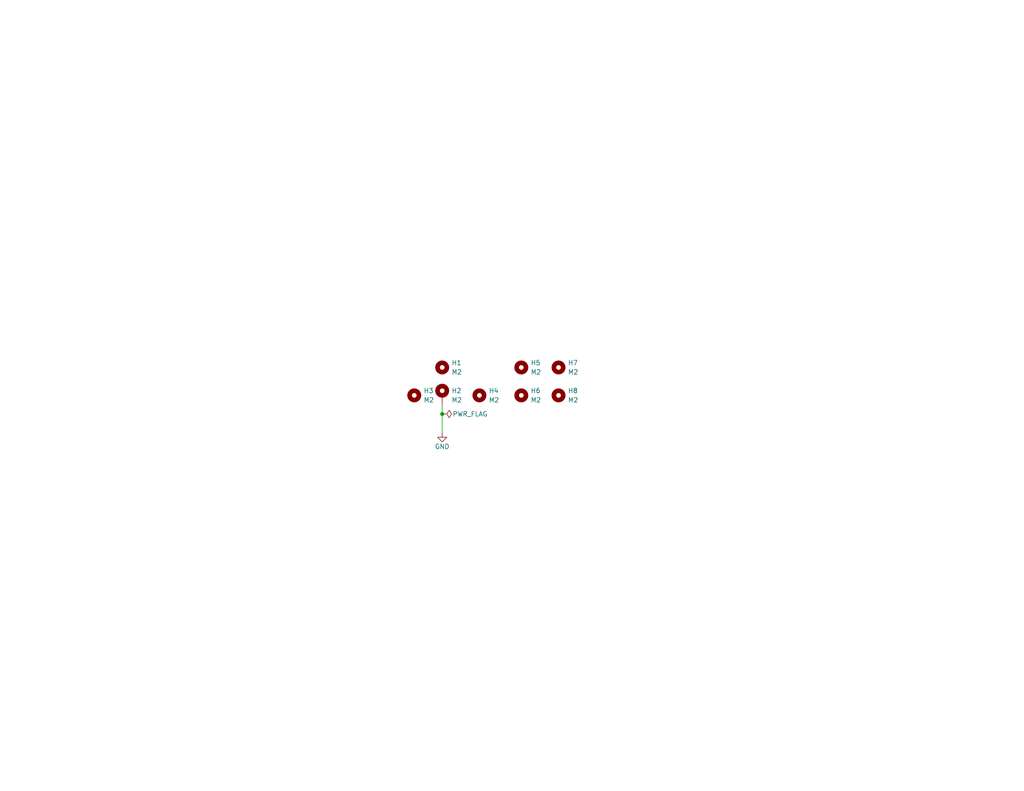
<source format=kicad_sch>
(kicad_sch (version 20211123) (generator eeschema)
  (paper "USLetter")
  (title_block (title "BlueJay Base") (rev "1.0"))
  (lib_symbols
    (symbol "Mechanical:MountingHole" (pin_numbers hide) (pin_names (offset 1.016) hide)
      (property "Reference" "H" (at 0 5.08 0))
      (property "Value" "MountingHole" (at 0 3.175 0))
      (symbol "MountingHole_0_1"
        (circle (center 0 0) (radius 1.27) (stroke (width 1.27)))
      )
    )
    (symbol "Mechanical:MountingHole_Pad" (pin_numbers hide) (pin_names (offset 1.016) hide)
      (property "Reference" "H" (at 0 6.35 0))
      (property "Value" "MountingHole_Pad" (at 0 4.445 0))
      (symbol "MountingHole_Pad_0_1"
        (circle (center 0 1.27) (radius 1.27) (stroke (width 1.27)))
      )
      (symbol "MountingHole_Pad_1_1"
        (pin input line (at 0 -2.54 90) (length 2.54) (name "1") (number "1"))
      )
    )
    (symbol "MountingHole_1" (pin_names (offset 1.016))
      (property "Reference" "H" (at 0 5.08 0))
      (property "Value" "MountingHole_1" (at 0 3.175 0))
      (symbol "MountingHole_1_0_1"
        (circle (center 0 0) (radius 1.27) (stroke (width 1.27)))
      )
    )
    (symbol "power:GND" (power) (pin_names (offset 0))
      (property "Value" "GND" (at 0 -3.81 0))
      (symbol "GND_0_1"
        (polyline (pts (xy 0 0) (xy 0 -1.27) (xy 1.27 -1.27) (xy 0 -2.54) (xy -1.27 -1.27) (xy 0 -1.27)))
      )
      (symbol "GND_1_1"
        (pin power_in line (at 0 0 270) (length 0) hide (name "GND") (number "1"))
      )
    )
    (symbol "power:PWR_FLAG" (power) (pin_numbers hide) (pin_names (offset 0) hide)
      (property "Value" "PWR_FLAG" (at 0 3.81 0))
      (symbol "PWR_FLAG_0_0"
        (pin power_out line (at 0 0 90) (length 0) (name "pwr") (number "1"))
      )
      (symbol "PWR_FLAG_0_1"
        (polyline (pts (xy 0 0) (xy 0 1.27) (xy -1.016 1.905) (xy 0 2.54) (xy 1.016 1.905) (xy 0 1.27)))
      )
    )
  )
  (junction (at 120.65 113.03))
  (wire (pts (xy 120.65 118.11) (xy 120.65 113.03)))
  (wire (pts (xy 120.65 110.49) (xy 120.65 113.03)))
  (symbol (lib_id "Mechanical:MountingHole_Pad") (at 120.65 107.95 0) (unit 1)
    (property "Reference" "H2" (at 123.19 106.6799 0) (effects (justify left)))
    (property "Value" "M2" (at 123.19 109.2199 0) (effects (justify left)))
    (property "Footprint" "MountingHole:MountingHole_2.2mm_M2_Pad" (effects hide))
  )
  (symbol (lib_name "MountingHole_1") (lib_id "Mechanical:MountingHole") (at 113.03 107.95 0) (unit 1)
    (property "Reference" "H3" (at 115.57 106.6799 0) (effects (justify left)))
    (property "Value" "M2" (at 115.57 109.2199 0) (effects (justify left)))
    (property "Footprint" "MountingHole:MountingHole_2.2mm_M2_Pad" (effects hide))
  )
  (symbol (lib_id "Mechanical:MountingHole") (at 142.24 107.95 0) (unit 1) (in_bom no)
    (property "Reference" "H6" (at 144.78 106.6799 0) (effects (justify left)))
    (property "Value" "M2" (at 144.78 109.2199 0) (effects (justify left)))
    (property "Footprint" "MountingHole:MountingHole_2.2mm_M2_Pad" (effects hide))
  )
  (symbol (lib_id "Mechanical:MountingHole") (at 142.24 100.33 0) (unit 1) (in_bom no)
    (property "Reference" "H5" (at 144.78 99.0599 0) (effects (justify left)))
    (property "Value" "M2" (at 144.78 101.5999 0) (effects (justify left)))
    (property "Footprint" "MountingHole:MountingHole_2.2mm_M2_Pad" (effects hide))
  )
  (symbol (lib_id "power:PWR_FLAG") (at 120.65 113.03 270) (unit 1)
    (property "Reference" "#FLG0102" (effects hide))
    (property "Value" "PWR_FLAG" (at 128.27 113.03 90))
  )
  (symbol (lib_id "Mechanical:MountingHole") (at 152.4 100.33 0) (unit 1) (in_bom no)
    (property "Reference" "H7" (at 154.94 99.0599 0) (effects (justify left)))
    (property "Value" "M2" (at 154.94 101.5999 0) (effects (justify left)))
    (property "Footprint" "MountingHole:MountingHole_2.2mm_M2_Pad" (effects hide))
  )
  (symbol (lib_id "Mechanical:MountingHole") (at 152.4 107.95 0) (unit 1) (in_bom no)
    (property "Reference" "H8" (at 154.94 106.6799 0) (effects (justify left)))
    (property "Value" "M2" (at 154.94 109.2199 0) (effects (justify left)))
    (property "Footprint" "MountingHole:MountingHole_2.2mm_M2_Pad" (effects hide))
  )
  (symbol (lib_id "power:GND") (at 120.65 118.11 0) (unit 1)
    (property "Reference" "#PWR0115" (effects hide))
    (property "Value" "GND" (at 120.65 121.92 0))
  )
  (symbol (lib_id "Mechanical:MountingHole") (at 130.81 107.95 0) (unit 1) (in_bom no)
    (property "Reference" "H4" (at 133.35 106.6799 0) (effects (justify left)))
    (property "Value" "M2" (at 133.35 109.2199 0) (effects (justify left)))
    (property "Footprint" "MountingHole:MountingHole_2.2mm_M2_Pad" (effects hide))
  )
  (symbol (lib_id "Mechanical:MountingHole") (at 120.65 100.33 0) (unit 1) (in_bom no)
    (property "Reference" "H1" (at 123.19 99.0599 0) (effects (justify left)))
    (property "Value" "M2" (at 123.19 101.5999 0) (effects (justify left)))
    (property "Footprint" "MountingHole:MountingHole_2.2mm_M2_Pad" (effects hide))
  )
)
</source>
